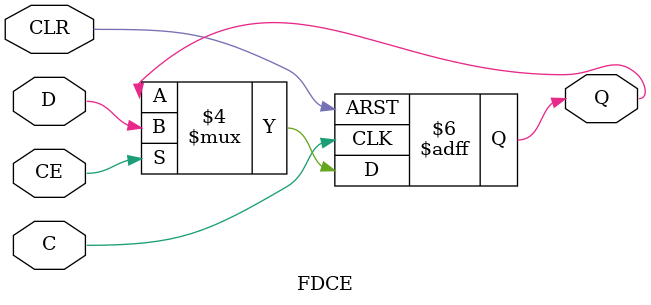
<source format=v>
/***************************************************************************
 *                                                                         *
 *   FDCE.v - Emulates the functionality of the Xilinx primitive of the    *
 *     same name. This a really poor partial implementation so do not use  *
 *     as it is only designed to do some very basic things.                *
 *                                                                         *
 *   Copyright (C) 2005 by Patrick Suggate                                 *
 *   patrick@physics.otago.ac.nz                                           *
 *                                                                         *
 *   This program is free software; you can redistribute it and/or modify  *
 *   it under the terms of the GNU General Public License as published by  *
 *   the Free Software Foundation; either version 2 of the License, or     *
 *   (at your option) any later version.                                   *
 *                                                                         *
 *   This program is distributed in the hope that it will be useful,       *
 *   but WITHOUT ANY WARRANTY; without even the implied warranty of        *
 *   MERCHANTABILITY or FITNESS FOR A PARTICULAR PURPOSE.  See the         *
 *   GNU General Public License for more details.                          *
 *                                                                         *
 *   You should have received a copy of the GNU General Public License     *
 *   along with this program; if not, write to the                         *
 *   Free Software Foundation, Inc.,                                       *
 *   59 Temple Place - Suite 330, Boston, MA  02111-1307, USA.             *
 ***************************************************************************/

`timescale 1ns/100ps
module FDCE(
	C,	// Clock
	CE,	// Clock enable
	CLR,	// Asynchronous clear
	D,	// Data in
	Q	// Data out
);

input	C;
input	CE;
input	CLR;
input	D;
output	Q;

parameter	INIT	= 1'b0;
reg		Q	= INIT;

always @(posedge C or posedge CLR)
	if (CLR)
		Q	<= #1 1'b0;
	else if (CE)
		Q	<= #1 D;
	else
		Q	<= #1 Q;

endmodule	//	FDCE

</source>
